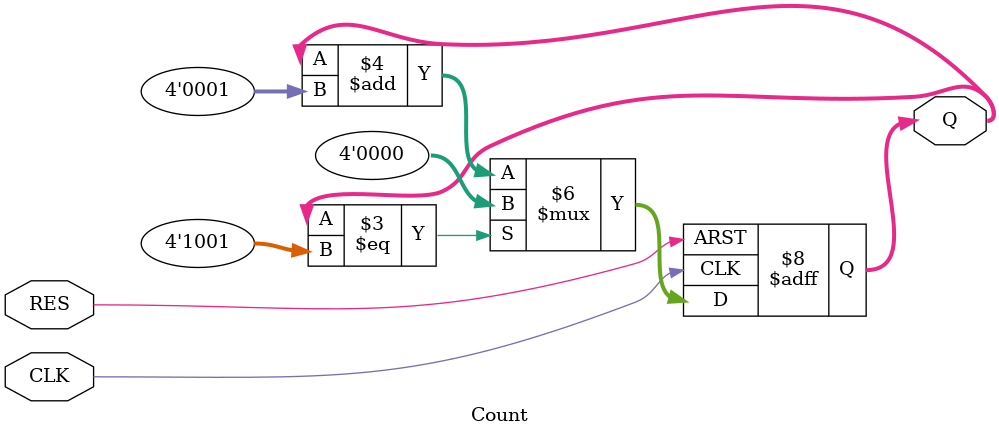
<source format=sv>
module Count(CLK, RES, Q);

input CLK, RES;
output [3:0]Q;

reg [3:0]Q;

always @(posedge CLK or negedge RES) 
	if(RES ==1'b0)
		Q = 4'd0;
	else if(Q == 4'd9)
		Q = 4'd0;
	else
		Q = Q + 4'd1;

endmodule
</source>
